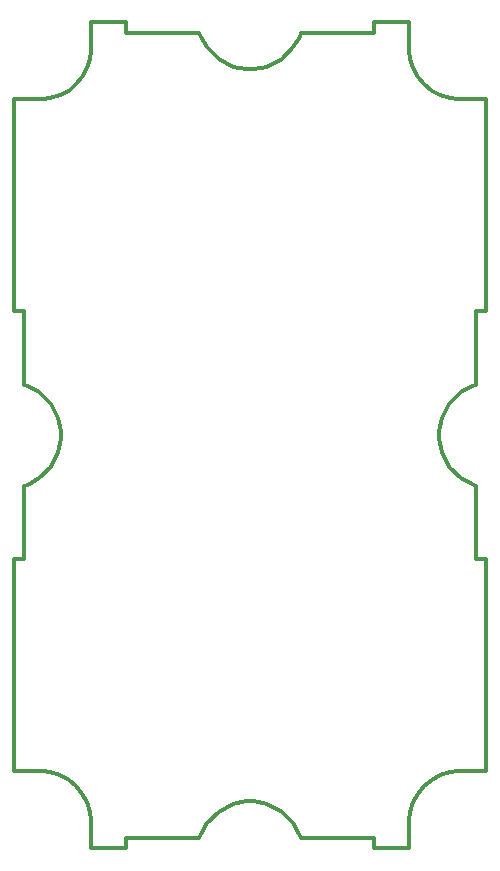
<source format=gm1>
G04 #@! TF.GenerationSoftware,KiCad,Pcbnew,(5.1.10-1-10_14)*
G04 #@! TF.CreationDate,2021-12-02T22:50:33+01:00*
G04 #@! TF.ProjectId,Power-Zauberling,506f7765-722d-45a6-9175-6265726c696e,rev?*
G04 #@! TF.SameCoordinates,Original*
G04 #@! TF.FileFunction,Profile,NP*
%FSLAX46Y46*%
G04 Gerber Fmt 4.6, Leading zero omitted, Abs format (unit mm)*
G04 Created by KiCad (PCBNEW (5.1.10-1-10_14)) date 2021-12-02 22:50:33*
%MOMM*%
%LPD*%
G01*
G04 APERTURE LIST*
G04 #@! TA.AperFunction,Profile*
%ADD10C,0.330078*%
G04 #@! TD*
G04 APERTURE END LIST*
D10*
X165885337Y-41131988D02*
X165885337Y-41131988D01*
X162908987Y-41131988D02*
X165885337Y-41131988D01*
X162908987Y-42031750D02*
X162908987Y-41131988D01*
X156704168Y-42031750D02*
X162908987Y-42031750D01*
X156595700Y-42359675D02*
X156704168Y-42031750D01*
X156063675Y-43276582D02*
X156595700Y-42359675D01*
X155085018Y-44258650D02*
X156063675Y-43276582D01*
X153842787Y-44903125D02*
X155085018Y-44258650D01*
X152770287Y-45135013D02*
X153842787Y-44903125D01*
X152412950Y-45135013D02*
X152770287Y-45135013D01*
X152054962Y-45135013D02*
X152412950Y-45135013D01*
X150981975Y-44903125D02*
X152054962Y-45135013D01*
X149739825Y-44258650D02*
X150981975Y-44903125D01*
X148761168Y-43276582D02*
X149739825Y-44258650D01*
X148229143Y-42359675D02*
X148761168Y-43276582D01*
X148121081Y-42031750D02*
X148229143Y-42359675D01*
X141916750Y-42031750D02*
X148121081Y-42031750D01*
X141916750Y-41131988D02*
X141916750Y-42031750D01*
X138940400Y-41131988D02*
X141916750Y-41131988D01*
X138940400Y-43350113D02*
X138940400Y-41131988D01*
X138940400Y-43567050D02*
X138940400Y-43350113D01*
X138852650Y-44218594D02*
X138940400Y-43567050D01*
X138601018Y-45027519D02*
X138852650Y-44218594D01*
X138203381Y-45759663D02*
X138601018Y-45027519D01*
X137676605Y-46397882D02*
X138203381Y-45759663D01*
X137038305Y-46924707D02*
X137676605Y-46397882D01*
X136306120Y-47322344D02*
X137038305Y-46924707D01*
X135497244Y-47573975D02*
X136306120Y-47322344D01*
X134845716Y-47661644D02*
X135497244Y-47573975D01*
X134628852Y-47661644D02*
X134845716Y-47661644D01*
X132410695Y-47661644D02*
X134628852Y-47661644D01*
X132410695Y-65611475D02*
X132410695Y-47661644D01*
X133310392Y-65611475D02*
X132410695Y-65611475D01*
X133310392Y-71819788D02*
X133310392Y-65611475D01*
X133637464Y-71928663D02*
X133310392Y-71819788D01*
X134550820Y-72461175D02*
X133637464Y-71928663D01*
X135529419Y-73439344D02*
X134550820Y-72461175D01*
X136171237Y-74679788D02*
X135529419Y-73439344D01*
X136402223Y-75750582D02*
X136171237Y-74679788D01*
X136402223Y-76107675D02*
X136402223Y-75750582D01*
X136402223Y-76464200D02*
X136402223Y-76107675D01*
X136171237Y-77535400D02*
X136402223Y-76464200D01*
X135529419Y-78775763D02*
X136171237Y-77535400D01*
X134550820Y-79753932D02*
X135529419Y-78775763D01*
X133637464Y-80286932D02*
X134550820Y-79753932D01*
X133310392Y-80395807D02*
X133637464Y-80286932D01*
X133310392Y-86603713D02*
X133310392Y-80395807D01*
X132410695Y-86603713D02*
X133310392Y-86603713D01*
X132410695Y-104553869D02*
X132410695Y-86603713D01*
X134628852Y-104553869D02*
X132410695Y-104553869D01*
X134845716Y-104553869D02*
X134628852Y-104553869D01*
X135497244Y-104641213D02*
X134845716Y-104553869D01*
X136306120Y-104892925D02*
X135497244Y-104641213D01*
X137038305Y-105290482D02*
X136306120Y-104892925D01*
X137676605Y-105817266D02*
X137038305Y-105290482D01*
X138203381Y-106455566D02*
X137676605Y-105817266D01*
X138601018Y-107187750D02*
X138203381Y-106455566D01*
X138852650Y-107996627D02*
X138601018Y-107187750D01*
X138940400Y-108648154D02*
X138852650Y-107996627D01*
X138940400Y-108865465D02*
X138940400Y-108648154D01*
X138940400Y-111083176D02*
X138940400Y-108865465D01*
X141916750Y-111083176D02*
X138940400Y-111083176D01*
X141916750Y-110183925D02*
X141916750Y-111083176D01*
X148127743Y-110183925D02*
X141916750Y-110183925D01*
X148237106Y-109857284D02*
X148127743Y-110183925D01*
X148770431Y-108946577D02*
X148237106Y-109857284D01*
X149748112Y-107970627D02*
X148770431Y-108946577D01*
X150987337Y-107330572D02*
X149748112Y-107970627D01*
X152056181Y-107100902D02*
X150987337Y-107330572D01*
X152412950Y-107100902D02*
X152056181Y-107100902D01*
X152769068Y-107100902D02*
X152412950Y-107100902D01*
X153837912Y-107330572D02*
X152769068Y-107100902D01*
X155076650Y-107970627D02*
X153837912Y-107330572D01*
X156054818Y-108946577D02*
X155076650Y-107970627D01*
X156587818Y-109857284D02*
X156054818Y-108946577D01*
X156697506Y-110183925D02*
X156587818Y-109857284D01*
X162908987Y-110183925D02*
X156697506Y-110183925D01*
X162908987Y-111083176D02*
X162908987Y-110183925D01*
X165885337Y-111083176D02*
X162908987Y-111083176D01*
X165885337Y-108865465D02*
X165885337Y-111083176D01*
X165885337Y-108648154D02*
X165885337Y-108865465D01*
X165972600Y-107996627D02*
X165885337Y-108648154D01*
X166224312Y-107187750D02*
X165972600Y-107996627D01*
X166621950Y-106455566D02*
X166224312Y-107187750D01*
X167148287Y-105817266D02*
X166621950Y-106455566D01*
X167786506Y-105290482D02*
X167148287Y-105817266D01*
X168518731Y-104892925D02*
X167786506Y-105290482D01*
X169327575Y-104641213D02*
X168518731Y-104892925D01*
X169979200Y-104553869D02*
X169327575Y-104641213D01*
X170196381Y-104553869D02*
X169979200Y-104553869D01*
X172405406Y-104553869D02*
X170196381Y-104553869D01*
X172405406Y-86603713D02*
X172405406Y-104553869D01*
X171505643Y-86603713D02*
X172405406Y-86603713D01*
X171505643Y-80383863D02*
X171505643Y-86603713D01*
X171177718Y-80276288D02*
X171505643Y-80383863D01*
X170262518Y-79747269D02*
X171177718Y-80276288D01*
X169281750Y-78772269D02*
X170262518Y-79747269D01*
X168637762Y-77534019D02*
X169281750Y-78772269D01*
X168406768Y-76464200D02*
X168637762Y-77534019D01*
X168406768Y-76107675D02*
X168406768Y-76464200D01*
X168406768Y-75750907D02*
X168406768Y-76107675D01*
X168637762Y-74681169D02*
X168406768Y-75750907D01*
X169281750Y-73442432D02*
X168637762Y-74681169D01*
X170262518Y-72467838D02*
X169281750Y-73442432D01*
X171177718Y-71938819D02*
X170262518Y-72467838D01*
X171505643Y-71831732D02*
X171177718Y-71938819D01*
X171505643Y-65611475D02*
X171505643Y-71831732D01*
X172405406Y-65611475D02*
X171505643Y-65611475D01*
X172405406Y-47661644D02*
X172405406Y-65611475D01*
X170196381Y-47661644D02*
X172405406Y-47661644D01*
X169979200Y-47661644D02*
X170196381Y-47661644D01*
X169327575Y-47573975D02*
X169979200Y-47661644D01*
X168518731Y-47322344D02*
X169327575Y-47573975D01*
X167786506Y-46924707D02*
X168518731Y-47322344D01*
X167148287Y-46397882D02*
X167786506Y-46924707D01*
X166621950Y-45759663D02*
X167148287Y-46397882D01*
X166224312Y-45027519D02*
X166621950Y-45759663D01*
X165972600Y-44218594D02*
X166224312Y-45027519D01*
X165885337Y-43567050D02*
X165972600Y-44218594D01*
X165885337Y-43350113D02*
X165885337Y-43567050D01*
X165885337Y-41131988D02*
X165885337Y-43350113D01*
M02*

</source>
